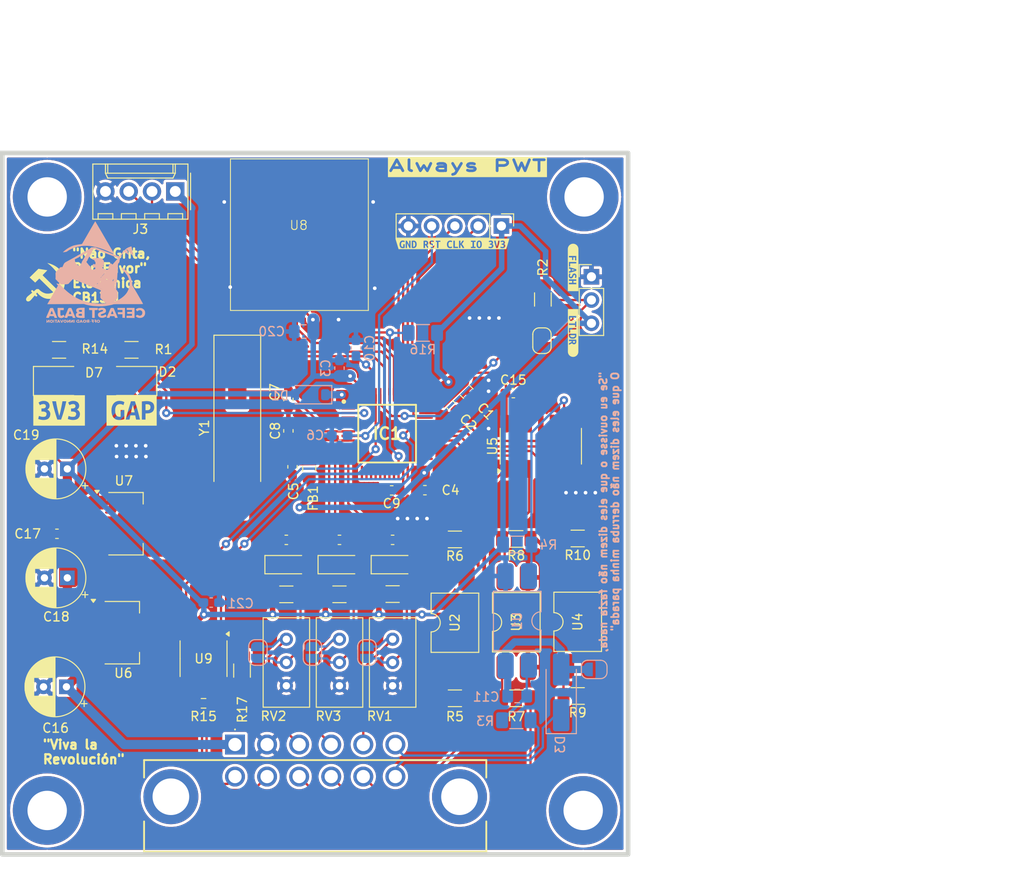
<source format=kicad_pcb>
(kicad_pcb (version 20240108) (generator "pcbnew") (generator_version "8.0")
  (layers (0 "F.Cu" signal) (31 "B.Cu" signal) (34 "B.Paste" user) (35 "F.Paste" user) (36 "B.SilkS" user "B.Silkscreen") (37 "F.SilkS" user "F.Silkscreen") (38 "B.Mask" user) (39 "F.Mask" user) (44 "Edge.Cuts" user))
  (net 0 "")
  (net 1 "+5V")
  (net 2 "GND")
  (net 3 "+3V3")
  (net 4 "/MicroControlador/VBAT")
  (net 5 "NTC_AN_3")
  (net 6 "+3.3VA")
  (net 7 "/MicroControlador/VCAP1")
  (net 8 "/MicroControlador/SWDIO")
  (net 9 "JMP_RPM")
  (net 10 "/MicroControlador/HSE_OUT")
  (net 11 "/MicroControlador/SWCLK")
  (net 12 "/MicroControlador/BOOT")
  (net 15 "/MicroControlador/VCAP2")
  (net 16 "/MicroControlador/NRST")
  (net 18 "/MicroControlador/HSE_IN")
  (net 22 "SCK")
  (net 23 "DIG3")
  (net 25 "NTC_AN_2")
  (net 26 "MOSI")
  (net 32 "NTC_AN_1")
  (net 33 "Net-(JP1-B)")
  (net 35 "/MicroControlador/BD_LED")
  (net 36 "OPTO_IN_1")
  (net 37 "NTC_P2")
  (net 38 "Net-(R5-Pad2)")
  (net 39 "OPTO_IN_0")
  (net 40 "NTC_P1")
  (net 41 "SD_DET")
  (net 42 "+12V")
  (net 43 "CTX")
  (net 44 "CRX")
  (net 45 "SD_CS")
  (net 46 "OPTO_IN_2")
  (net 47 "NTC_P3")
  (net 48 "MISO")
  (net 49 "RX1")
  (net 50 "OPTO_0")
  (net 51 "OPTO_1")
  (net 52 "RPM")
  (net 53 "Net-(R7-Pad2)")
  (net 54 "Net-(R9-Pad2)")
  (net 55 "DIG1")
  (net 56 "TX1")
  (net 57 "DIG0")
  (net 58 "CAN-")
  (net 59 "CAN+")
  (net 61 "DIG2")
  (net 62 "OPTO_2")
  (net 63 "MT-")
  (net 64 "MT+")
  (net 65 "Net-(C11-Pad1)")
  (net 66 "Net-(D2-A)")
  (net 67 "Net-(D7-A)")
  (net 68 "Net-(U9-Rs)")
  (footprint "Capacitor_SMD:C_0603_1608Metric_Pad1.08x0.95mm_HandSolder" (layer "F.Cu") (at 118.175 109.675 -90)
    (property "Reference" "C5")
    (property "Value" "10n")
  )
  (footprint "Resistor_SMD:R_1206_3216Metric_Pad1.30x1.75mm_HandSolder" (layer "F.Cu") (at 123.3 123.595)
    (property "Reference" "R12" (hide yes))
    (property "Value" "27k")
  )
  (footprint "Diode_SMD:D_SOD-123" (layer "F.Cu") (at 117.5225 120.356667)
    (property "Reference" "D4" (hide yes))
    (property "Value" "D_Zener")
  )
  (footprint "Capacitor_SMD:C_0603_1608Metric_Pad1.08x0.95mm_HandSolder" (layer "F.Cu") (at 92.46762 116.9875 180)
    (property "Reference" "C17")
    (property "Value" "100n")
  )
  (footprint "Baja_Library:Molex_KK-254_AE-6410-04A_1x04_P2.54mm_Vertical" (layer "F.Cu") (at 105.38 79.6 180)
    (property "Reference" "J3")
    (property "Value" "Conn_01x04")
  )
  (footprint "Capacitor_SMD:C_0805_2012Metric_Pad1.18x1.45mm_HandSolder" (layer "F.Cu") (at 137.175 101.5 -45)
    (property "Reference" "C1")
    (property "Value" "4u7")
  )
  (footprint "Crystal:Crystal_SMD_HC49-SD_HandSoldering" (layer "F.Cu") (at 112.15 105.375 -90)
    (property "Reference" "Y1")
    (property "Value" "Crystal")
  )
  (footprint "Potentiometer_THT:Potentiometer_Bourns_3296W_Vertical" (layer "F.Cu") (at 117.5 128.5 90)
    (property "Reference" "RV2")
    (property "Value" "10k_trim")
  )
  (footprint "kibuzzard-6758FD86" (layer "F.Cu") (at 135.625 85.325)
    (property "Reference" "kibuzzard-6758FD86" (hide yes))
    (property "Value" "G***" (hide yes))
  )
  (footprint "MountingHole:MountingHole_4.3mm_M4_DIN965_Pad" (layer "F.Cu") (at 149.9 147.2)
    (property "Reference" "H4" (hide yes))
    (property "Value" "MountingHole")
  )
  (footprint "Resistor_SMD:R_1206_3216Metric_Pad1.30x1.75mm_HandSolder" (layer "F.Cu") (at 135.9 117.6 180)
    (property "Reference" "R6")
    (property "Value" "10k")
  )
  (footprint "Baja_Library:communism" (layer "F.Cu") (at 91.35 89.6)
    (property "Reference" "G***" (hide yes))
    (property "Value" "LOGO" (hide yes))
  )
  (footprint "Package_TO_SOT_SMD:SOT-223-3_TabPin2" (layer "F.Cu") (at 99.96762 115.8875)
    (property "Reference" "U7")
    (property "Value" "AMS1117-3.3")
  )
  (footprint "Inductor_SMD:L_0805_2012Metric_Pad1.15x1.40mm_HandSolder" (layer "F.Cu") (at 120 109.875 90)
    (property "Reference" "FB1")
    (property "Value" "FerriteBead")
  )
  (footprint "Baja_Library:LED_1210_HandSoldering" (layer "F.Cu") (at 92.7 100.3)
    (property "Reference" "D7")
    (property "Value" "LED")
  )
  (footprint "Resistor_SMD:R_1206_3216Metric_Pad1.30x1.75mm_HandSolder" (layer "F.Cu") (at 92.7 96.9)
    (property "Reference" "R14")
    (property "Value" "1k")
  )
  (footprint "kibuzzard-67EDAA6F" (layer "F.Cu") (at 100.615 103.51575)
    (property "Reference" "kibuzzard-67EDAA6F" (hide yes))
    (property "Value" "G***" (hide yes))
  )
  (footprint "Baja_Library:QFP50P900X900X160-48N" (layer "F.Cu") (at 128.5 106.05)
    (property "Reference" "IC1")
    (property "Value" "STM32H523CET6" (hide yes))
  )
  (footprint "Resistor_SMD:R_1206_3216Metric_Pad1.30x1.75mm_HandSolder" (layer "F.Cu") (at 149.3 117.5 180)
    (property "Reference" "R10")
    (property "Value" "10k")
  )
  (footprint "MountingHole:MountingHole_4.3mm_M4_DIN965_Pad" (layer "F.Cu") (at 150 80.2)
    (property "Reference" "H2" (hide yes))
    (property "Value" "MountingHole")
  )
  (footprint "Resistor_SMD:R_1206_3216Metric_Pad1.30x1.75mm_HandSolder" (layer "F.Cu") (at 129.1 123.571666)
    (property "Reference" "R13" (hide yes))
    (property "Value" "27k")
  )
  (footprint "Resistor_SMD:R_1206_3216Metric_Pad1.30x1.75mm_HandSolder" (layer "F.Cu") (at 145.5 91.4 90)
    (property "Reference" "R2")
    (property "Value" "10k")
  )
  (footprint "Capacitor_SMD:C_0603_1608Metric_Pad1.08x0.95mm_HandSolder" (layer "F.Cu") (at 132.625 112.225)
    (property "Reference" "C4")
    (property "Value" "100n")
  )
  (footprint "Capacitor_SMD:C_0603_1608Metric_Pad1.08x0.95mm_HandSolder" (layer "F.Cu") (at 117.725585 102.319452 -90)
    (property "Reference" "C7")
    (property "Value" "22p")
  )
  (footprint "kibuzzard-6758F24A" (layer "F.Cu") (at 92.7 103.51575)
    (property "Reference" "kibuzzard-6758F24A" (hide yes))
    (property "Value" "G***" (hide yes))
  )
  (footprint "Jumper:SolderJumper-2_P1.3mm_Open_RoundedPad1.0x1.5mm" (layer "F.Cu") (at 145.4 95.9 90)
    (property "Reference" "JP1" (hide yes))
    (property "Value" "SolderJumper_2_Open")
  )
  (footprint "Potentiometer_THT:Potentiometer_Bourns_3296W_Vertical" (layer "F.Cu") (at 123.3 128.5 90)
    (property "Reference" "RV3")
    (property "Value" "10k_trim")
  )
  (footprint "Capacitor_SMD:C_0603_1608Metric_Pad1.08x0.95mm_HandSolder" (layer "F.Cu") (at 123.3 117.65)
    (property "Reference" "C13" (hide yes))
    (property "Value" "1n")
  )
  (footprint "Capacitor_SMD:C_0603_1608Metric_Pad1.08x0.95mm_HandSolder" (layer "F.Cu") (at 117.5 117.65)
    (property "Reference" "C12" (hide yes))
    (property "Value" "1n")
  )
  (footprint "Capacitor_THT:CP_Radial_D6.3mm_P2.50mm" (layer "F.Cu") (at 93.6 121.8 180)
    (property "Reference" "C18")
    (property "Value" "22u")
  )
  (footprint "Resistor_SMD:R_1206_3216Metric_Pad1.30x1.75mm_HandSolder" (layer "F.Cu") (at 142.6 134.95 180)
    (property "Reference" "R7")
    (property "Value" "680")
  )
  (footprint "MountingHole:MountingHole_4.3mm_M4_DIN965_Pad" (layer "F.Cu") (at 91.4 80.2)
    (property "Reference" "H1" (hide yes))
    (property "Value" "MountingHole")
  )
  (footprint "Capacitor_SMD:C_0603_1608Metric_Pad1.08x0.95mm_HandSolder" (layer "F.Cu") (at 129.1 117.65)
    (property "Reference" "C14" (hide yes))
    (property "Value" "1n")
  )
  (footprint "Resistor_SMD:R_1206_3216Metric_Pad1.30x1.75mm_HandSolder" (layer "F.Cu") (at 112.665 131.925 -90)
    (property "Reference" "R17")
    (property "Value" "10k")
  )
  (footprint "Baja_Library:MX120G" (layer "F.Cu") (at 111.9 140)
    (property "Reference" "J2" (hide yes))
    (property "Value" "Conn_02x06_Top_Bottom" (hide yes))
  )
  (footprint "Resistor_SMD:R_1206_3216Metric_Pad1.30x1.75mm_HandSolder" (layer "F.Cu") (at 142.6 117.55 180)
    (property "Reference" "R8")
    (property "Value" "10k")
  )
  (footprint "Baja_Library:SO-4_HandSoldering" (layer "F.Cu") (at 135.9 126.7 90)
    (property "Reference" "U2")
    (property "Value" "PC817")
  )
  (footprint "Capacitor_SMD:C_0603_1608Metric_Pad1.08x0.95mm_HandSolder" (layer "F.Cu") (at 129 112.25 180)
    (property "Reference" "C9")
    (property "Value" "2u2")
  )
  (footprint "Potentiometer_THT:Potentiometer_Bourns_3296W_Vertical" (layer "F.Cu") (at 129.1 128.5 90)
    (property "Reference" "RV1")
    (property "Value" "10k_trim")
  )
  (footprint "Resistor_SMD:R_1206_3216Metric_Pad1.30x1.75mm_HandSolder" (layer "F.Cu") (at 117.5 123.6)
    (property "Reference" "R11" (hide yes))
    (property "Value" "27k")
  )
  (footprint "Baja_Library:SO-4_HandSoldering" (layer "F.Cu") (at 149.3 126.6 90)
    (property "Reference" "U4")
    (property "Value" "PC817")
  )
  (footprint "Capacitor_THT:CP_Radial_D6.3mm_P2.50mm" (layer "F.Cu") (at 93.5 133.7 180)
    (property "Reference" "C16")
    (property "Value" "22u")
  )
  (footprint "Resistor_SMD:R_0603_1608Metric_Pad0.98x0.95mm_HandSolder" (layer "F.Cu") (at 108.465 135.5 180)
    (property "Reference" "R15")
    (property "Value" "120")
  )
  (footprint "Connector_PinHeader_2.54mm:PinHeader_1x03_P2.54mm_Vertical" (layer "F.Cu") (at 150.8 88.92)
    (property "Reference" "SW1" (hide yes))
    (property "Value" "SW_SPDT")
  )
  (footprint "Package_SO:SOIC-14_3.9x8.7mm_P1.27mm" (layer "F.Cu") (at 145.275 107.425 90)
    (property "Reference" "U5")
    (property "Value" "74HC14")
  )
  (footprint "Capacitor_SMD:C_0603_1608Metric_Pad1.08x0.95mm_HandSolder" (layer "F.Cu") (at 142.275 101.625)
    (property "Reference" "C15")
    (property "Value" "1n")
  )
  (footprint "Package_SO:SOIC-8_3.9x4.9mm_P1.27mm" (layer "F.Cu") (at 108.465 130.625 -90)
    (property "Reference" "U9")
    (property "Value" "SN65HVD230")
  )
  (footprint "kibuzzard-67572A93" (layer "F.Cu") (at 148.8 87.9 -90)
    (property "Reference" "kibuzzard-67572A93" (hide yes))
    (property "Value" "G***" (hide yes))
  )
  (footprint "Capacitor_SMD:C_0603_1608Metric_Pad1.08x0.95mm_HandSolder" (layer "F.Cu") (at 117.725 105.75 90)
    (property "Reference" "C8")
    (property "Value" "22p")
  )
  (footprint "Capacitor_SMD:C_0603_1608Metric_Pad1.08x0.95mm_HandSolder" (layer "F.Cu") (at 135.425 102.925 -45)
    (property "Reference" "C2")
    (property "Value" "100n")
  )
  (footprint "Package_TO_SOT_SMD:SOT-223-3_TabPin2" (layer "F.Cu") (at 99.56762 127.7875)
    (property "Reference" "U6")
    (property "Value" "AMS1117-5.0")
  )
  (footprint "Baja_Library:SD-CARD-GENERIC" (layer "F.Cu") (at 118.8 86.1 90)
    (property "Reference" "U8")
    (property "Value" "~")
  )
  (footprint "Resistor_SMD:R_1206_3216Metric_Pad1.30x1.75mm_HandSolder" (layer "F.Cu") (at 149.3 134.7 180)
    (property "Reference" "R9")
    (property "Value" "680")
  )
  (footprint "Diode_SMD:D_SOD-123" (layer "F.Cu") (at 123.3225 120.356667)
    (property "Reference" "D5" (hide yes))
    (property "Value" "D_Zener")
  )
  (footprint "kibuzzard-67572AD3" (layer "F.Cu") (at 148.8 95.06 -90)
    (property "Reference" "kibuzzard-67572AD3" (hide yes))
    (property "Value" "G***" (hide yes))
  )
  (footprint "Resistor_SMD:R_1206_3216Metric_Pad1.30x1.75mm_HandSolder" (layer "F.Cu") (at 100.6 96.9 180)
    (property "Reference" "R1")
    (property "Value" "1k")
  )
  (footprint "Diode_SMD:D_SOD-123" (layer "F.Cu") (at 129.1225 120.356667)
    (property "Reference" "D6" (hide yes))
    (property "Value" "D_Zener")
  )
  (footprint "Capacitor_THT:CP_Radial_D6.3mm_P2.50mm" (layer "F.Cu") (at 93.6 109.9 180)
    (property "Reference" "C19")
    (property "Value" "22u")
  )
  (footprint "Connector_PinHeader_2.54mm:PinHeader_1x05_P2.54mm_Vertical" (layer "F.Cu") (at 140.975 83.375 -90)
    (property "Reference" "J1" (hide yes))
    (property "Value" "Conn_01x05")
  )
  (footprint "Baja_Library:SO-4_HandSoldering" (layer "F.Cu") (at 142.6 126.65 90)
    (property "Reference" "U3")
    (property "Value" "PC817")
  )
  (footprint "Resistor_SMD:R_1206_3216Metric_Pad1.30x1.75mm_HandSolder" (layer "F.Cu") (at 135.9 134.95 180)
    (property "Reference" "R5")
    (property "Value" "680")
  )
  (footprint "Baja_Library:LED_1210_HandSoldering" (layer "F.Cu") (at 100.565 100.3 180)
    (property "Reference" "D2")
    (property "Value" "LED")
  )
  (footprint "Resistor_SMD:R_1206_3216Metric_Pad1.30x1.75mm_HandSolder" (layer "B.Cu") (at 142.6 137.35 180)
    (property "Reference" "R3")
    (property "Value" "680")
  )
  (footprint "Jumper:SolderJumper-2_P1.3mm_Open_RoundedPad1.0x1.5mm" (layer "B.Cu") (at 151.1 131.8)
    (property "Reference" "JP2" (hide yes))
    (property "Value" "SolderJumper_2_Open")
  )
  (footprint "Diode_SMD:D_SMA_Handsoldering" (layer "B.Cu") (at 147.5 134.3 90)
    (property "Reference" "D3")
    (property "Value" "D")
  )
  (footprint "Jumper:SolderJumper-2_P1.3mm_Open_RoundedPad1.0x1.5mm" (layer "B.Cu") (at 126.3 129.95 -90)
    (property "Reference" "JP8" (hide yes))
    (property "Value" "SolderJumper_2_Open")
  )
  (footprint "Jumper:SolderJumper-2_P1.3mm_Open_RoundedPad1.0x1.5mm" (layer "B.Cu") (at 120.35 129.95 -90)
    (property "Reference" "JP7" (hide yes))
    (property "Value" "SolderJumper_2_Open")
  )
  (footprint "Capacitor_SMD:C_0603_1608Metric_Pad1.08x0.95mm_HandSolder" (layer "B.Cu") (at 125.1 96.7 90)
    (property "Reference" "C10")
    (property "Value" "2u2")
  )
  (footprint "MountingHole:MountingHole_4.3mm_M4_DIN965_Pad" (layer "B.Cu") (at 91.4 147.2 180)
    (property "Reference" "H3" (hide yes))
    (property "Value" "MountingHole")
  )
  (footprint "Baja_Library:SO-4_HandSoldering" (layer "B.Cu") (at 142.7 126.5 90)
    (property "Reference" "U1")
    (property "Value" "PC817")
  )
  (footprint "Resistor_SMD:R_1206_3216Metric_Pad1.30x1.75mm_HandSolder" (layer "B.Cu") (at 132.4 95.05)
    (property "Reference" "R16")
    (property "Value" "10K")
  )
  (footprint "Capacitor_SMD:C_0603_1608Metric_Pad1.08x0.95mm_HandSolder" (layer "B.Cu") (at 109.3 124.5)
    (property "Reference" "C21")
    (property "Value" "1n")
  )
  (footprint "Capacitor_SMD:C_0603_1608Metric_Pad1.08x0.95mm_HandSolder" (layer "B.Cu") (at 123.325 106.25 180)
    (property "Reference" "C6")
    (property "Value" "100n")
  )
  (footprint "Baja_Library:LogoBaja" (layer "B.Cu") (at 96.7 88.4 180)
    (property "Reference" "G***" (hide yes))
    (property "Value" "LOGO" (hide yes))
  )
  (footprint "Diode_SMD:D_SOD-123" (layer "B.Cu") (at 120.1 101.8 180)
    (property "Reference" "D1")
    (property "Value" "BAT48ZFILM")
  )
  (footprint "Capacitor_SMD:C_0805_2012Metric_Pad1.18x1.45mm_HandSolder" (layer "B.Cu") (at 142.7 134.7 180)
    (property "Reference" "C11")
    (property "Value" "10u")
  )
  (footprint "Capacitor_SMD:C_0603_1608Metric_Pad1.08x0.95mm_HandSolder" (layer "B.Cu") (at 123.3 98.9 90)
    (property "Reference" "C3")
    (property "Value" "100n")
  )
  (footprint "Jumper:SolderJumper-2_P1.3mm_Open_RoundedPad1.0x1.5mm" (layer "B.Cu") (at 114.4 129.95 -90)
    (property "Reference" "JP6" (hide yes))
    (property "Value" "SolderJumper_2_Open")
  )
  (footprint "Capacitor_SMD:C_0805_2012Metric_Pad1.18x1.45mm_HandSolder" (layer "B.Cu") (at 119.4 94.9 180)
    (property "Reference" "C20")
    (property "Value" "1n")
  )
  (footprint "Resistor_SMD:R_1206_3216Metric_Pad1.30x1.75mm_HandSolder" (layer "B.Cu") (at 142.7 118.16)
    (property "Reference" "R4")
    (property "Value" "10k")
  )
  (gr_rect (start 86.5 75.4) (end 154.8 152) (stroke (width 0.5)) (fill none) (layer "Edge.Cuts"))
  (gr_text "{dblquote}Não Grita,\nPor Favor{dblquote}\nEletrônica\nCB13.1" (at 94 91.8 0) (layer "F.Cu" knockout) (effects (font (size 1 1) (thickness 0.25) (bold yes)) (justify left bottom)))
  (gr_text "{dblquote}Se eu ouvisse o que eles dizem não fazia nada,\nO que eles dizem não derruba minha parada{dblquote}" (at 153.85 99.2 90) (layer "B.SilkS") (effects (font (size 0.8 0.8) (thickness 0.2) (bold yes)) (justify left bottom mirror)))
  (gr_text "{dblquote}Viva la\nRevolución{dblquote}" (at 90.8 142.2 0) (layer "F.SilkS") (effects (font (size 1 1) (thickness 0.25) (bold yes)) (justify left bottom)))
  (gr_text "Always PWT" (at 128.5 76.8 0) (layer "F.SilkS" knockout) (effects (font (size 1.2 2) (thickness 0.3) (bold yes)) (justify left)))
  (gr_text "{dblquote}Não Grita,\nPor Favor{dblquote}\nEletrônica\nCB13.1" (at 94 91.8 0) (layer "F.SilkS") (effects (font (size 1 1) (thickness 0.25) (bold yes)) (justify left bottom)))
  (segment (start 96.41762 127.7875) (end 94.6875 127.7875) (width 1) (layer "F.Cu") (net 1))
  (segment (start 93.6 126.7) (end 93.6 121.8) (width 1) (layer "F.Cu") (net 1))
  (segment (start 94.6875 127.7875) (end 93.6 126.7) (width 1) (layer "F.Cu") (net 1))
  (segment (start 126.25 101.812) (end 126.25 100.25) (width 0.25) (layer "F.Cu") (net 2))
  (segment (start 124.262 106.8) (end 122.3 106.8) (width 0.25) (layer "F.Cu") (net 2))
  (segment (start 143.7 120.65) (end 143.65 120.7) (width 0.25) (layer "F.Cu") (net 2))
  (segment (start 132.738 103.8) (end 135.76976 103.8) (width 0.25) (layer "F.Cu") (net 2))
  (segment (start 130.75 110.288) (end 130.75 108.789073) (width 0.25) (layer "F.Cu") (net 2))
  (segment (start 122.3 106.8) (end 122.175 106.675) (width 0.25) (layer "F.Cu") (net 2))
  (segment (start 121.95 92.35) (end 121.95 91.175) (width 0.25) (layer "F.Cu") (net 2))
  (segment (start 135.76976 103.8) (end 136.03488 103.53488) (width 0.25) (layer "F.Cu") (net 2))
  (segment (start 123.2 93.6) (end 121.95 92.35) (width 0.25) (layer "F.Cu") (net 2))
  (segment (start 126.25 100.25) (end 125.7 99.7) (width 0.25) (layer "F.Cu") (net 2))
  (via (at 102.175 108.55) (size 0.9) (drill 0.4) (layers "F.Cu" "B.Cu") (net 2))
  (via (at 138.566666 93.425) (size 0.9) (drill 0.4) (layers "F.Cu" "B.Cu") (net 2))
  (via (at 148.025 112.5) (size 0.9) (drill 0.4) (layers "F.Cu" "B.Cu") (net 2))
  (via (at 100.041666 108.55) (size 0.9) (drill 0.4) (layers "F.Cu" "B.Cu") (net 2))
  (via (at 126.975 80.75) (size 0.9) (drill 0.4) (layers "F.Cu" "B.Cu") (net 2))
  (via (at 123.2 93.6) (size 0.9) (drill 0.4) (layers "F.Cu" "B.Cu") (net 2))
  (via (at 139.575 101.425) (size 0.9) (drill 0.4) (layers "F.Cu" "B.Cu") (net 2))
  (via (at 140.7 93.425) (size 0.9) (drill 0.4) (layers "F.Cu" "B.Cu") (net 2))
  (via (at 101.083334 107.375) (size 0.9) (drill 0.4) (layers "F.Cu" "B.Cu") (net 2))
  (via (at 132.85 115.325) (size 0.9) (drill 0.4) (layers "F.Cu" "B.Cu") (net 2))
  (via (at 111.375 90.05) (size 0.9) (drill 0.4) (layers "F.Cu" "B.Cu") (net 2))
  (via (at 131.783332 115.325) (size 0.9) (drill 0.4) (layers "F.Cu" "B.Cu") (net 2))
  (via (at 98.95 107.375) (size 0.9) (drill 0.4) (layers "F.Cu" "B.Cu") (net 2))
  (via (at 149.091668 112.5) (size 0.9) (drill 0.4) (layers "F.Cu" "B.Cu") (net 2))
  (via (at 130.716666 115.325) (size 0.9) (drill 0.4) (layers "F.Cu" "B.Cu") (net 2))
  (via (at 101.108332 108.55) (size 0.9) (drill 0.4) (layers "F.Cu" "B.Cu") (net 2))
  (via (at 139.575 100.225) (size 0.9) (drill 0.4) (layers "F.Cu" "B.Cu") (net 2))
  (via (at 137.5 93.425) (size 0.9) (drill 0.4) (layers "F.Cu" "B.Cu") (net 2))
  (via (at 129.65 115.325) (size 0.9) (drill 0.4) (layers "F.Cu" "B.Cu") (net 2))
  (via (at 127.15 90.175) (size 0.9) (drill 0.4) (layers "F.Cu" "B.Cu") (net 2))
  (via (at 139.575 105.5) (size 0.9) (drill 0.4) (layers "F.Cu" "B.Cu") (net 2))
  (via (at 102.15 107.375) (size 0.9) (drill 0.4) (layers "F.Cu" "B.Cu") (net 2))
  (via (at 150.158334 112.5) (size 0.9) (drill 0.4) (layers "F.Cu" "B.Cu") (net 2))
  (via (at 100.016668 107.375) (size 0.9) (drill 0.4) (layers "F.Cu" "B.Cu") (net 2))
  (via (at 151.225 112.5) (size 0.9) (drill 0.4) (layers "F.Cu" "B.Cu") (net 2))
  (via (at 98.975 108.55) (size 0.9) (drill 0.4) (layers "F.Cu" "B.Cu") (net 2))
  (via (at 110.725 80.75) (size 0.9) (drill 0.4) (layers "F.Cu" "B.Cu") (net 2))
  (via (at 139.633332 93.425) (size 0.9) (drill 0.4) (layers "F.Cu" "B.Cu") (net 2))
  (segment (start 144.75 117.55) (end 146 118.8) (width 0.4) (layer "F.Cu") (net 3))
  (segment (start 146 124.1) (end 144.3 125.8) (width 0.4) (layer "F.Cu") (net 3))
  (segment (start 119.75 92.95) (end 119.75 91.175) (width 0.25) (layer "F.Cu") (net 3))
  (segment (start 121.8 125.8) (end 121.75 125.75) (width 0.6) (layer "F.Cu") (net 3))
  (segment (start 141.465 101.6775) (end 141.4125 101.625) (width 0.4) (layer "F.Cu") (net 3))
  (segment (start 102.15 96.9) (end 100.05 94.8) (width 0.25) (layer "F.Cu") (net 3))
  (segment (start 151.2 125.8) (end 132.3 125.8) (width 0.4) (layer "F.Cu") (net 3))
  (segment (start 134.81512 102.31512) (end 133.83024 103.3) (width 0.25) (layer "F.Cu") (net 3))
  (segment (start 90.2 96.9) (end 88.4 98.7) (width 0.25) (layer "F.Cu") (net 3))
  (segment (start 121.75 125.75) (end 121.75 123.595) (width 0.6) (layer "F.Cu") (net 3))
  (segment (start 93.6 113.5) (end 93.6 109.9) (width 1) (layer "F.Cu") (net 3))
  (segment (start 141.465 100.74) (end 140.125 99.4) (width 0.25) (layer "F.Cu") (net 3))
  (segment (start 120 113.05) (end 120 110.9) (width 0.6) (layer "F.Cu") (net 3))
  (segment (start 133.83024 103.3) (end 132.738 103.3) (width 0.25) (layer "F.Cu") (net 3))
  (segment (start 132.3 125.8) (end 143.2 125.8) (width 0.25) (layer "F.Cu") (net 3))
  (segment (start 144.3 125.8) (end 143.2 125.8) (width 0.4) (layer "F.Cu") (net 3))
  (segment (start 127.6 123.621666) (end 127.55 123.571666) (width 0.6) (layer "F.Cu") (net 3))
  (segment (start 118.95 114.1) (end 120 113.05) (width 0.6) (layer "F.Cu") (net 3))
  (segment (start 116 123.65) (end 115.95 123.6) (width 0.25) (layer "F.Cu") (net 3))
  (segment (start 138.25 125.8) (end 132.3 125.8) (width 0.25) (layer "F.Cu") (net 3))
  (segment (start 136.441377 100.766377) (end 136.363863 100.766377) (width 0.25) (layer "F.Cu") (net 3))
  (segment (start 137.45 117.6) (end 138 117.6) (width 0.4) (layer "F.Cu") (net 3))
  (segment (start 144.15 117.55) (end 144.75 117.55) (width 0.4) (layer "F.Cu") (net 3))
  (segment (start 138 117.6) (end 139.1 118.7) (width 0.4) (layer "F.Cu") (net 3))
  (segment (start 95.9875 115.8875) (end 93.6 113.5) (width 1) (layer "F.Cu") (net 3))
  (segment (start 96.81762 115.8875) (end 95.9875 115.8875) (width 1) (layer "F.Cu") (net 3))
  (segment (start 91.15 96.9) (end 90.2 96.9) (width 0.25) (layer "F.Cu") (net 3))
  (segment (start 131.25 110.288) (end 131.25 111.7125) (width 0.25) (layer "F.Cu") (net 3))
  (segment (start 139.1 118.7) (end 139.1 124.05) (width 0.4) (layer "F.Cu") (net 3))
  (segment (start 139.1 124.05) (end 137.35 125.8) (width 0.4) (layer "F.Cu") (net 3))
  (segment (start 93.25 94.8) (end 91.15 96.9) (width 0.25) (layer "F.Cu") (net 3))
  (segment (start 108.5 125.8) (end 107.83 126.47) (width 0.6) (layer "F.Cu") (net 3))
  (segment (start 146 118.8) (end 146 124.1) (width 0.4) (layer "F.Cu") (net 3))
  (segment (start 88.4 104.7) (end 93.6 109.9) (width 0.25) (layer "F.Cu") (net 3))
  (segment (start 132.4 125.7) (end 132.3 125.8) (width 0.25) (layer "F.Cu") (net 3))
  (segment (start 131.25 111.7125) (end 131.7625 112.225) (width 0.25) (layer "F.Cu") (net 3))
  (segment (start 100.05 94.8) (end 93.25 94.8) (width 0.25) (layer "F.Cu") (net 3))
  (segment (start 141.465 102.56) (end 141.465 100.74) (width 0.25) (layer "F.Cu") (net 3))
  (segment (start 107.83 126.47) (end 107.83 128.15) (width 0.6) (layer "F.Cu") (net 3))
  (segment (start 137.807754 99.4) (end 136.441377 100.766377) (width 0.25) (layer "F.Cu") (net 3))
  (segment (start 152.9 119.55) (end 152.9 124.1) (width 0.4) (layer "F.Cu") (net 3))
  (segment (start 120.4 93.6) (end 119.75 92.95) (width 0.25) (layer "F.Cu") (net 3))
  (segment (start 140.125 99.4) (end 137.807754 99.4) (width 0.25) (layer "F.Cu") (net 3))
  (segment (start 124.4625 99.7625) (end 125.75 101.05) (width 0.25) (layer "F.Cu") (net 3))
  (segment (start 88.4 98.7) (end 88.4 104.7) (width 0.25) (layer "F.Cu") (net 3))
  (segment (start 127.6 125.8) (end 127.6 123.621666) (width 0.6) (layer "F.Cu") (net 3))
  (segment (start 125.75 101.05) (end 125.75 101.812) (width 0.25) (layer "F.Cu") (net 3))
  (segment (start 121.8 125.5) (end 121.8 125.8) (width 0.6) (layer "F.Cu") (net 3))
  (segment (start 136.363863 100.766377) (end 134.81512 102.31512) (width 0.25) (layer "F.Cu") (net 3))
  (segment (start 152.9 124.1) (end 151.2 125.8) (width 0.4) (layer "F.Cu") (net 3))
  (segment (start 141.465 104.95) (end 141.465 101.6775) (width 0.4) (layer "F.Cu") (net 3))
  (segment (start 143.2 125.8) (end 137.9 125.8) (width 0.25) (layer "F.Cu") (net 3))
  (segment (start 116 125.8) (end 116 123.65) (width 0.6) (layer "F.Cu") (net 3))
  (segment (start 150.85 117.5) (end 152.9 119.55) (width 0.4) (layer "F.Cu") (net 3))
  (via (at 124.4625 99.7625) (size 0.9) (drill 0.4) (layers "F.Cu" "B.Cu") (net 3))
  (via (at 135.2 100.4) (size 0.9) (drill 0.4) (layers "F.Cu" "B.Cu") (net 3))
  (via (at 108.5 125.8) (size 0.9) (drill 0.4) (layers "F.Cu" "B.Cu") (net 3))
  (via (at 116 125.8) (size 0.9) (drill 0.4) (layers "F.Cu" "B.Cu") (net 3))
  (via (at 120.4 93.6) (size 0.9) (drill 0.4) (layers "F.Cu" "B.Cu") (net 3))
  (via (at 132.3 125.8) (size 0.9) (drill 0.4) (layers "F.Cu" "B.Cu") (net 3))
  (via (at 121.8 125.8) (size 0.9) (drill 0.4) (layers "F.Cu" "B.Cu") (net 3))
  (via (at 132.55 110.325) (size 0.9) (drill 0.4) (layers "F.Cu" "B.Cu") (net 3))
  (via (at 118.95 114.1) (size 0.9) (drill 0.4) (layers "F.Cu" "B.Cu") (net 3))
  (via (at 127.6 125.8) (size 0.9) (drill 0.4) (layers "F.Cu" "B.Cu") (net 3))
  (segment (start 120.4375 94.9) (end 120.4375 99.8125) (width 0.6) (layer "B.Cu") (net 3))
  (segment (start 121.8 125.8) (end 116 125.8) (width 0.4) (layer "B.Cu") (net 3))
  (segment (start 105.38 98.12) (end 103.95 99.55) (width 0.6) (layer "B.Cu") (net 3))
  (segment (start 141 83.4) (end 140.975 83.375) (width 0.6) (layer "B.Cu") (net 3))
  (segment (start 128.775 114.1) (end 118.95 114.1) (width 0.6) (layer "B.Cu") (net 3))
  (segment (start 108.2 124.5) (end 93.6 109.9) (width 0.6) (layer "B.Cu") (net 3))
  (segment (start 100.55 102.95) (end 93.6 109.9) (width 0.6) (layer "B.Cu") (net 3))
  (segment (start 135.2 100.4) (end 133.95 99.15) (width 0.6) (layer "B.Cu") (net 3))
  (segment (start 145.8 86.15) (end 145.8 89) (width 0.6) (layer "B.Cu") (net 3))
  (segment (start 141.15 118.16) (end 141.15 101.725) (width 0.6) (layer "B.Cu") (net 3))
  (segment (start 133.95 99.15) (end 133.95 95.05) (width 0.6) (layer "B.Cu") (net 3))
  (segment (start 133.51 125.8) (end 141.15 118.16) (width 0.4) (layer "B.Cu") (net 3))
  (segment (start 141.15 101.725) (end 148.875 94) (width 0.6) (layer "B.Cu") (net 3))
  (segment (start 145.8 89) (end 150.8 94) (width 0.6) (layer "B.Cu") (net 3))
  (segment (start 120.4375 99.8125) (end 118.45 101.8) (width 0.6) (layer "B.Cu") (net 3))
  (segment (start 140.76 118.16) (end 141.15 118.16) (width 0.25) (layer "B.Cu") (net 3))
  (segment (start 132.55 110.325) (end 148.875 94) (width 0.6) (layer "B.Cu") (net 3))
  (segment (start 140.975 83.375) (end 143.025 83.375) (width 0.6) (layer "B.Cu") (net 3))
  (segment (start 118.35 101.7) (end 101.8 101.7) (width 0.6) (layer "B.Cu") (net 3))
  (segment (start 120.3875 99.7625) (end 118.45 101.7) (width 0.25) (layer "B.Cu") (net 3))
  (segment (start 118.5 101.55) (end 118.35 101.7) (width 0.8) (layer "B.Cu") (net 3))
  (segment (start 118.45 101.7) (end 118.45 101.8) (width 0.25) (layer "B.Cu") (net 3))
  (segment (start 124.4625 99.7625) (end 123.3 99.7625) (width 0.25) (layer "B.Cu") (net 3))
  (segment (start 143.025 83.375) (end 145.8 86.15) (width 0.6) (layer "B.Cu") (net 3))
  (segment (start 106.9 96.6) (end 104.35 99.15) (width 0.6) (layer "B.Cu") (net 3))
  (segment (start 103.95 99.55) (end 100.55 102.95) (width 0.6) (layer "B.Cu") (net 3))
  (segment (start 108.5 124.6375) (end 108.5375 124.6) (width 0.6) (layer "B.Cu") (net 3))
  (segment (start 127.6 125.8) (end 121.8 125.8) (width 0.4) (layer "B.Cu") (net 3))
  (segment (start 132.3 125.8) (end 133.51 125.8) (width 0.4) (layer "B.Cu") (net 3))
  (segment (start 107.2 81.42) (end 107.2 96.3) (width 0.6) (layer "B.Cu") (net 3))
  (segment (start 118.45 101.8) (end 118.35 101.7) (width 0.6) (layer "B.Cu") (net 3))
  (segment (start 133.95 95.05) (end 141 88) (width 0.6) (layer "B.Cu") (net 3))
  (segment (start 108.5 125.8) (end 116 125.8) (width 0.6) (layer "B.Cu") (net 3))
  (segment (start 132.3 125.8) (end 127.6 125.8) (width 0.4) (layer "B.Cu") (net 3))
  (segment (start 148.875 94) (end 150.8 94) (width 0.6) (layer "B.Cu") (net 3))
  (segment (start 123.3 99.7625) (end 120.3875 99.7625) (width 0.6) (layer "B.Cu") (net 3))
  (segment (start 107.2 96.3) (end 105.38 98.12) (width 0.6) (layer "B.Cu") (net 3))
  (segment (start 108.5 125.8) (end 108.5 124.6375) (width 0.6) (layer "B.Cu") (net 3))
  (segment (start 101.8 101.7) (end 100.55 102.95) (width 0.25) (layer "B.Cu") (net 3))
  (segment (start 108.4375 124.5) (end 108.2 124.5) (width 0.6) (layer "B.Cu") (net 3))
  (segment (start 141 88) (end 141 83.4) (width 0.6) (layer "B.Cu") (net 3))
  (segment (start 132.55 110.325) (end 128.775 114.1) (width 0.6) (layer "B.Cu") (net 3))
  (segment (start 105.38 79.6) (end 107.2 81.42) (width 0.8) (layer "B.Cu") (net 3))
  (via (at 123.55 101.8) (size 0.9) (drill 0.4) (layers "F.Cu" "B.Cu") (net 4))
  (segment (start 123.55 101.8) (end 121.75 101.8) (width 0.8) (layer "B.Cu") (net 4))
  (segment (start 124.262 113.6745) (end 128.2375 117.65) (width 0.25) (layer "F.Cu") (net 5))
  (segment (start 127.4725 120.356667) (end 127.4725 118.415) (width 0.25) (layer "F.Cu") (net 5))
  (segment (start 130.65 129.49) (end 130.65 123.571666) (width 0.25) (layer "F.Cu") (net 5))
  (segment (start 124.262 108.8) (end 124.262 113.6745) (width 0.25) (layer "F.Cu") (net 5))
  (segment (start 130.65 123.571666) (end 130.65 123.534167) (width 0.25) (layer "F.Cu") (net 5))
  (segment (start 130.65 123.534167) (end 127.4725 120.356667) (width 0.25) (layer "F.Cu") (net 5))
  (segment (start 129.1 131.04) (end 130.65 129.49) (width 0.25) (layer "F.Cu") (net 5))
  (segment (start 127.4725 118.415) (end 128.2375 117.65) (width 0.25) (layer "F.Cu") (net 5))
  (segment (start 129.1 131.04) (end 128.04 131.04) (width 0.25) (layer "B.Cu") (net 5))
  (segment (start 127.6 130.6) (end 126.3 130.6) (width 0.25) (layer "B.Cu") (net 5))
  (segment (start 128.04 131.04) (end 127.6 130.6) (width 0.25) (layer "B.Cu") (net 5))
  (segment (start 120 108.85) (end 121.55 107.3) (width 0.25) (layer "F.Cu") (net 6))
  (segment (start 121.55 107.3) (end 124.262 107.3) (width 0.25) (layer "F.Cu") (net 6))
  (segment (start 130.25 111.8625) (end 129.8625 112.25) (width 0.25) (layer "F.Cu") (net 7))
  (segment (start 130.25 110.288) (end 130.25 111.8625) (width 0.25) (layer "F.Cu") (net 7))
  (segment (start 131.375 103.125) (end 132.5 102) (width 0.25) (layer "F.Cu") (net 8))
  (segment (start 131.7005 104.3) (end 131.375 103.9745) (width 0.25) (layer "F.Cu") (net 8))
  (segment (start 132.5 102) (end 132.5 89.31) (width 0.25) (layer "F.Cu") (net 8))
  (segment (start 132.738 104.3) (end 131.7005 104.3) (width 0.25) (layer "F.Cu") (net 8))
  (segment (start 132.5 89.31) (end 138.435 83.375) (width 0.25) (layer "F.Cu") (net 8))
  (segment (start 131.375 103.9745) (end 131.375 103.125) (width 0.25) (layer "F.Cu") (net 8))
  (segment (start 141.6625 134.7) (end 141.6625 131.6325) (width 0.8) (layer "B.Cu") (net 9))
  (segment (start 147.5 131.8) (end 150.45 131.8) (width 0.8) (layer "B.Cu") (net 9))
  (segment (start 141.6625 131.6325) (end 141.43 131.4) (width 0.8) (layer "B.Cu") (net 9))
  (segment (start 141.43 129.77) (end 142.4 128.8) (width 0.8) (layer "B.Cu") (net 9))
  (segment (start 146.6 128.8) (end 147.5 129.7) (width 0.8) (layer "B.Cu") (net 9))
  (segment (start 147.5 129.7) (end 147.5 131.8) (width 0.8) (layer "B.Cu") (net 9))
  (segment (start 142.4 128.8) (end 146.6 128.8) (width 0.8) (layer "B.Cu") (net 9))
  (segment (start 141.43 131.4) (end 141.43 129.77) (width 0.8) (layer "B.Cu") (net 9))
  (segment (start 112.15 111.3125) (end 112.15 109.7375) (width 0.25) (layer "F.Cu") (net 10))
  (segment (start 112.15 109.7375) (end 115.275 106.6125) (width 0.25) (layer "F.Cu") (net 10))
  (segment (start 119.9125 105.8) (end 124.262 105.8) (width 0.25) (layer "F.Cu") (net 10))
  (segment (start 119.1 106.6125) (end 119.9125 105.8) (width 0.25) (layer "F.Cu") (net 10))
  (segment (start 115.275 106.6125) (end 119.1 106.6125) (width 0.25) (layer "F.Cu") (net 10))
  (segment (start 135.895 83.375) (end 131.25 88.02) (width 0.25) (layer "F.Cu") (net 11))
  (segment (start 131.25 88.02) (end 131.25 101.812) (width 0.25) (layer "F.Cu") (net 11))
  (segment (start 140.1 98.3) (end 140.15 98.3) (width 0.25) (layer "F.Cu") (net 12))
  (segment (start 140.15 98.3) (end 145.5 92.95) (width 0.25) (layer "F.Cu") (net 12))
  (segment (start 130.4 104.125) (end 129.0255 104.125) (width 0.25) (layer "F.Cu") (net 12))
  (segment (start 145.425 92.875) (end 145.5 92.95) (width 0.25) (layer "F.Cu") (net 12))
  (segment (start 127.75 102.8495) (end 127.75 101.812) (width 0.25) (layer "F.Cu") (net 12))
  (segment (start 129.0255 104.125) (end 127.75 102.8495) (width 0.25) (layer "F.Cu") (net 12))
  (via (at 130.4 104.125) (size 0.9) (drill 0.4) (layers "F.Cu" "B.Cu") (net 12))
  (via (at 140.1 98.3) (size 0.9) (drill 0.4) (layers "F.Cu" "B.Cu") (net 12))
  (segment (start 130.4 104.125) (end 134.275 104.125) (width 0.25) (layer "B.Cu") (net 12))
  (segment (start 134.275 104.125) (end 140.1 98.3) (width 0.25) (layer "B.Cu") (net 12))
  (segment (start 126.75 99.05) (end 126.75 101.812) (width 0.25) (layer "F.Cu") (net 15))
  (segment (start 126.2 98.5) (end 126.75 99.05) (width 0.25) (layer "F.Cu") (net 15))
  (via (at 126.2 98.5) (size 0.9) (drill 0.4) (layers "F.Cu" "B.Cu") (net 15))
  (segment (start 126.2 98.5) (end 126.0375 98.5) (width 0.25) (layer "B.Cu") (net 15))
  (segment (start 126.0375 98.5) (end 125.1 97.5625) (width 0.25) (layer "B.Cu") (net 15))
  (segment (start 126.125 106.3) (end 124.262 106.3) (width 0.25) (layer "F.Cu") (net 16))
  (via (at 126.125 106.3) (size 0.9) (drill 0.4) (layers "F.Cu" "B.Cu") (net 16))
  (segment (start 126.075 106.25) (end 126.125 106.3) (width 0.25) (layer "B.Cu") (net 16))
  (segment (start 127.625 104.8) (end 127.625 93.125) (width 0.25) (layer "B.Cu") (net 16))
  (segment (start 133.38 87.37) (end 133.38 83.4) (width 0.25) (layer "B.Cu") (net 16))
  (segment (start 126.125 106.3) (end 127.625 104.8) (width 0.25) (layer "B.Cu") (net 16))
  (segment (start 133.38 83.4) (end 133.355 83.375) (width 0.25) (layer "B.Cu") (net 16))
  (segment (start 124.1875 106.25) (end 126.075 106.25) (width 0.25) (layer "B.Cu") (net 16))
  (segment (start 127.625 93.125) (end 133.38 87.37) (width 0.25) (layer "B.Cu") (net 16))
  (segment (start 112.15 100.9625) (end 112.15 99.4375) (width 0.25) (layer "F.Cu") (net 18))
  (segment (start 117.694452 101.456952) (end 112.644452 101.456952) (width 0.25) (layer "F.Cu") (net 18))
  (segment (start 112.644452 101.456952) (end 112.15 100.9625) (width 0.25) (layer "F.Cu") (net 18))
  (segment (start 124.262 105.3) (end 121.5375 105.3) (width 0.25) (layer "F.Cu") (net 18))
  (segment (start 121.5375 105.3) (end 117.694452 101.456952) (width 0.25) (layer "F.Cu") (net 18))
  (segment (start 120.85 91.175) (end 120.85 90.55) (width 0.25) (layer "F.Cu") (net 22))
  (segment (start 124 87.4) (end 128.3 87.4) (width 0.25) (layer "F.Cu") (net 22))
  (segment (start 120.85 90.55) (end 124 87.4) (width 0.25) (layer "F.Cu") (net 22))
  (segment (start 128.3 87.4) (end 130.25 89.35) (width 0.25) (layer "F.Cu") (net 22))
  (segment (start 130.25 89.35) (end 130.25 101.812) (width 0.25) (layer "F.Cu") (net 22))
  (segment (start 135.95 106.8) (end 132.738 106.8) (width 0.25) (layer "F.Cu") (net 23))
  (segment (start 142.735 108.885) (end 142.3 108.45) (width 0.25) (layer "F.Cu") (net 23))
  (segment (start 137.6 108.45) (end 135.95 106.8) (width 0.25) (layer "F.Cu") (net 23))
  (segment (start 142.735 109.9) (end 142.735 108.885) (width 0.25) (layer "F.Cu") (net 23))
  (segment (start 142.3 108.45) (end 137.6 108.45) (width 0.25) (layer "F.Cu") (net 23))
  (segment (start 124.85 123.595) (end 124.85 123.534167) (width 0.25) (layer "F.Cu") (net 25))
  (segment (start 121.6725 118.415) (end 122.4375 117.65) (width 0.25) (layer "F.Cu") (net 25))
  (segment (start 121.6725 120.356667) (end 121.6725 118.415) (width 0.25) (layer "F.Cu") (net 25))
  (segment (start 124.262 108.3) (end 123.15 108.3) (width 0.25) (layer "F.Cu") (net 25))
  (segment (start 124.85 123.534167) (end 121.6725 120.356667) (width 0.25) (layer "F.Cu") (net 25))
  (segment (start 123.3 131.04) (end 124.85 129.49) (width 0.25) (layer "F.Cu") (net 25))
  (segment (start 122.825 108.625) (end 122.825 117.2625) (width 0.25) (layer "F.Cu") (net 25))
  (segment (start 124.85 129.49) (end 124.85 123.595) (width 0.25) (layer "F.Cu") (net 25))
  (segment (start 122.825 117.2625) (end 122.4375 117.65) (width 0.25) (layer "F.Cu") (net 25))
  (segment (start 123.15 108.3) (end 122.825 108.625) (width 0.25) (layer "F.Cu") (net 25))
  (segment (start 122.34 131.04) (end 121.9 130.6) (width 0.25) (layer "B.Cu") (net 25))
  (segment (start 121.9 130.6) (end 120.35 130.6) (width 0.25) (layer "B.Cu") (net 25))
  (segment (start 123.3 131.04) (end 122.34 131.04) (width 0.25) (layer "B.Cu") (net 25))
  (segment (start 127.7 96.15) (end 129.25 97.7) (width 0.25) (layer "F.Cu") (net 26))
  (segment (start 118.65 94.55) (end 120.25 96.15) (width 0.25) (layer "F.Cu") (net 26))
  (segment (start 118.65 91.175) (end 118.65 94.55) (width 0.25) (layer "F.Cu") (net 26))
  (segment (start 129.25 97.7) (end 129.25 101.812) (width 0.25) (layer "F.Cu") (net 26))
  (segment (start 120.25 96.15) (end 127.7 96.15) (width 0.25) (layer "F.Cu") (net 26))
  (segment (start 119.05 123.6) (end 119.05 123.534167) (width 0.25) (layer "F.Cu") (net 32))
  (segment (start 122.175 114.9) (end 120.975 116.1) (width 0.25) (layer "F.Cu") (net 32))
  (segment (start 124.262 107.8) (end 122.942894 107.8) (width 0.25) (layer "F.Cu") (net 32))
  (segment (start 115.8725 118.415) (end 116.6375 117.65) (width 0.25) (layer "F.Cu") (net 32))
  (segment (start 117.725 116.1) (end 116.6375 117.1875) (width 0.25) (layer "F.Cu") (net 32))
  (segment (start 119.05 129.49) (end 119.05 123.6) (width 0.25) (layer "F.Cu") (net 32))
  (segment (start 120.975 116.1) (end 117.725 116.1) (width 0.25) (layer "F.Cu") (net 32))
  (segment (start 117.5 131.04) (end 119.05 129.49) (width 0.25) (layer "F.Cu") (net 32))
  (segment (start 119.05 123.534167) (end 115.8725 120.356667) (width 0.25) (layer "F.Cu") (net 32))
  (segment (start 115.8725 120.356667) (end 115.8725 118.415) (width 0.25) (layer "F.Cu") (net 32))
  (segment (start 116.6375 117.1875) (end 116.6375 117.65) (width 0.25) (layer "F.Cu") (net 32))
  (segment (start 122.942894 107.8) (end 122.175 108.567894) (width 0.25) (layer "F.Cu") (net 32))
  (segment (start 122.175 108.567894) (end 122.175 114.9) (width 0.25) (layer "F.Cu") (net 32))
  (segment (start 116.44 131.04) (end 116 130.6) (width 0.25) (layer "B.Cu") (net 32))
  (segment (start 117.5 131.04) (end 116.44 131.04) (width 0.25) (layer "B.Cu") (net 32))
  (segment (start 116 130.6) (end 114.4 130.6) (width 0.25) (layer "B.Cu") (net 32))
  (segment (start 147.11 91.46) (end 145.5 89.85) (width 0.25) (layer "F.Cu") (net 33))
  (segment (start 146.25 89.85) (end 145.5 89.85) (width 0.25) (layer "F.Cu") (net 33))
  (segment (start 145.4 95.25) (end 147.01 95.25) (width 0.25) (layer "F.Cu") (net 33))
  (segment (start 150.8 91.46) (end 147.11 91.46) (width 0.25) (layer "F.Cu") (net 33))
  (segment (start 147.01 95.25) (end 150.8 91.46) (width 0.25) (layer "F.Cu") (net 33))
  (segment (start 103.3 100.3) (end 102.265 100.3) (width 0.25) (layer "F.Cu") (net 35))
  (segment (start 126 103.8) (end 124.262 103.8) (width 0.25) (layer "F.Cu") (net 35))
  (segment (start 104.4 101.4) (end 103.3 100.3) (width 0.25) (layer "F.Cu") (net 35))
  (segment (start 104.4 103.8) (end 104.4 101.4) (width 0.25) (layer "F.Cu") (net 35))
  (via (at 126 103.8) (size 0.9) (drill 0.4) (layers "F.Cu" "B.Cu") (net 35))
  (via (at 104.4 103.8) (size 0.9) (drill 0.4) (layers "F.Cu" "B.Cu") (net 35))
  (segment (start 104.4 103.8) (end 126 103.8) (width 0.25) (layer "B.Cu") (net 35))
  (segment (start 138.4 149.7) (end 128.6 149.7) (width 0.25) (layer "F.Cu") (net 36))
  (segment (start 144.15 134.95) (end 144.15 143.95) (width 0.25) (layer "F.Cu") (net 36))
  (segment (start 128.6 149.7) (end 122.4 143.5) (width 0.25) (layer "F.Cu") (net 36))
  (segment (start 144.15 143.95) (end 138.4 149.7) (width 0.25) (layer "F.Cu") (net 36))
  (segment (start 121.1 130.1) (end 122.7 128.5) (width 0.25) (layer "F.Cu") (net 37))
  (segment (start 122.7 128.5) (end 123.3 128.5) (width 0.25) (layer "F.Cu") (net 37))
  (segment (start 122.4 140) (end 121.1 138.7) (width 0.25) (layer "F.Cu") (net 37))
  (segment (start 121.1 138.7) (end 121.1 130.1) (width 0.25) (layer "F.Cu") (net 37))
  (segment (start 120.35 129.3) (end 121.85 129.3) (width 0.25) (layer "B.Cu") (net 37))
  (segment (start 122.65 128.5) (end 123.3 128.5) (width 0.25) (layer "B.Cu") (net 37))
  (segment (start 121.85 129.3) (end 122.65 128.5) (width 0.25) (layer "B.Cu") (net 37))
  (segment (start 134.63 131.55) (end 134.63 134.67) (width 0.25) (layer "F.Cu") (net 38))
  (segment (start 134.63 134.67) (end 134.35 134.95) (width 0.25) (layer "F.Cu") (net 38))
  (segment (start 130.8 145.8) (end 137.45 139.15) (width 0.25) (layer "F.Cu") (net 39))
  (segment (start 128.2 145.8) (end 130.8 145.8) (width 0.25) (layer "F.Cu") (net 39))
  (segment (start 125.9 143.5) (end 128.2 145.8) (width 0.25) (layer "F.Cu") (net 39))
  (segment (start 137.45 139.15) (end 137.45 134.95) (width 0.25) (layer "F.Cu") (net 39))
  (segment (start 118.9 140) (end 115.6 136.7) (width 0.25) (layer "F.Cu") (net 40))
  (segment (start 115.6 136.7) (end 115.6 130.4) (width 0.25) (layer "F.Cu") (net 40))
  (segment (start 115.6 130.4) (end 117.5 128.5) (width 0.25) (layer "F.Cu") (net 40))
  (segment (start 116 129.3) (end 116.8 128.5) (width 0.25) (layer "B.Cu") (net 40))
  (segment (start 114.4 129.3) (end 116 129.3) (width 0.25) (layer "B.Cu") (net 40))
  (segment (start 116.8 128.5) (end 117.5 128.5) (width 0.25) (layer "B.Cu") (net 40))
  (segment (start 128.8 95) (end 126.65 95) (width 0.25) (layer "F.Cu") (net 41))
  (segment (start 126.65 95) (end 125.45 93.8) (width 0.25) (layer "F.Cu") (net 41))
  (segment (start 129.75 108.5) (end 129.75 110.288) (width 0.25) (layer "F.Cu") (net 41))
  (segment (start 125.45 93.8) (end 125.45 91.175) (width 0.25) (layer "F.Cu") (net 41))
  (via (at 128.8 95) (size 0.9) (drill 0.4) (layers "F.Cu" "B.Cu") (net 41))
  (via (at 129.75 108.5) (size 0.9) (drill 0.4) (layers "F.Cu" "B.Cu") (net 41))
  (segment (start 128.8 95) (end 128.8 107.55) (width 0.25) (layer "B.Cu") (net 41))
  (segment (start 128.8 107.55) (end 129.75 108.5) (width 0.25) (layer "B.Cu") (net 41))
  (segment (start 128.85 95.05) (end 128.8 95) (width 0.25) (layer "B.Cu") (net 41))
  (segment (start 130.85 95.05) (end 128.85 95.05) (width 0.25) (layer "B.Cu") (net 41))
  (segment (start 96.41762 130.78238) (end 96.41762 130.0875) (width 1) (layer "F.Cu") (net 42))
  (segment (start 93.5 133.7) (end 96.41762 130.78238) (width 1) (layer "F.Cu") (net 42))
  (segment (start 111.9 140) (end 99.8 140) (width 1) (layer "B.Cu") (net 42))
  (segment (start 99.8 140) (end 93.5 133.7) (width 1) (layer "B.Cu") (net 42))
  (segment (start 130.25 106.25) (end 131.7 104.8) (width 0.25) (layer "F.Cu") (net 43))
  (segment (start 110.37 120.63) (end 110.37 128.15) (width 0.25) (layer "F.Cu") (net 43))
  (segment (start 131.7 104.8) (end 132.738 104.8) (width 0.25) (layer "F.Cu") (net 43))
  (segment (start 112.925 118.075) (end 110.37 120.63) (width 0.25) (layer "F.Cu") (net 43))
  (via (at 130.25 106.25) (size 0.9) (drill 0.4) (layers "F.Cu" "B.Cu") (net 43))
  (via (at 112.925 118.075) (size 0.9) (drill 0.4) (layers "F.Cu" "B.Cu") (net 43))
  (segment (start 129.975 111.025) (end 131.3 109.7) (width 0.25) (layer "B.Cu") (net 43))
  (segment (start 131.3 109.7) (end 131.3 107.3) (width 0.25) (layer "B.Cu") (net 43))
  (segment (start 131.3 107.3) (end 130.25 106.25) (width 0.25) (layer "B.Cu") (net 43))
  (segment (start 119.975 111.025) (end 129.975 111.025) (width 0.25) (layer "B.Cu") (net 43))
  (segment (start 112.925 118.075) (end 119.975 111.025) (width 0.25) (layer "B.Cu") (net 43))
  (segment (start 106.56 122.44) (end 106.56 128.15) (width 0.25) (layer "F.Cu") (net 44))
  (segment (start 127.25 107.75) (end 127.25 101.812) (width 0.25) (layer "F.Cu") (net 44))
  (segment (start 110.9125 118.0875) (end 106.56 122.44) (width 0.25) (layer "F.Cu") (net 44))
  (via (at 127.25 107.75) (size 0.9) (drill 0.4) (layers "F.Cu" "B.Cu") (net 44))
  (via (at 110.9125 118.0875) (size 0.9) (drill 0.4) (layers "F.Cu" "B.Cu") (net 44))
  (segment (start 119.125 109.875) (end 125.125 109.875) (width 0.25) (layer "B.Cu") (net 44))
  (segment (start 125.125 109.875) (end 127.25 107.75) (width 0.25) (layer "B.Cu") (net 44))
  (segment (start 110.9125 118.0875) (end 119.125 109.875) (width 0.25) (layer "B.Cu") (net 44))
  (segment (start 117.55 91.175) (end 117.55 90.15) (width 0.25) (layer "F.Cu") (net 45))
  (segment (start 130.75 88.8) (end 130.75 101.812) (width 0.25) (layer "F.Cu") (net 45))
  (segment (start 117.55 90.15) (end 120.95 86.75) (width 0.25) (layer "F.Cu") (net 45))
  (segment (start 120.95 86.75) (end 128.7 86.75) (width 0.25) (layer "F.Cu") (net 45))
  (segment (start 128.7 86.75) (end 130.75 88.8) (width 0.25) (layer "F.Cu") (net 45))
  (segment (start 139.7 150.3) (end 125.7 150.3) (width 0.25) (layer "F.Cu") (net 46))
  (segment (start 150.85 139.15) (end 139.7 150.3) (width 0.25) (layer "F.Cu") (net 46))
  (segment (start 150.85 134.7) (end 150.85 139.15) (width 0.25) (layer "F.Cu") (net 46))
  (segment (start 125.7 150.3) (end 118.9 143.5) (width 0.25) (layer "F.Cu") (net 46))
  (segment (start 125.9 131.7) (end 129.1 128.5) (width 0.25) (layer "F.Cu") (net 47))
  (segment (start 125.9 140) (end 125.9 131.7) (width 0.25) (layer "F.Cu") (net 47))
  (segment (start 126.3 129.3) (end 127.6 129.3) (width 0.25) (layer "B.Cu") (net 47))
  (segment (start 127.6 129.3) (end 128.4 128.5) (width 0.25) (layer "B.Cu") (net 47))
  (segment (start 128.4 128.5) (end 129.1 128.5) (width 0.25) (layer "B.Cu") (net 47))
  (segment (start 128 88.1) (end 129.75 89.85) (width 0.25) (layer "F.Cu") (net 48))
  (segment (start 125.3 88.1) (end 128 88.1) (width 0.25) (layer "F.Cu") (net 48))
  (segment (start 123.05 90.35) (end 125.3 88.1) (width 0.25) (layer "F.Cu") (net 48))
  (segment (start 123.05 91.175) (end 123.05 90.35) (width 0.25) (layer "F.Cu") (net 48))
  (segment (start 129.75 89.85) (end 129.75 101.812) (width 0.25) (layer "F.Cu") (net 48))
  (segment (start 113.5 89.007106) (end 111.592894 87.1) (width 0.25) (layer "F.Cu") (net 49))
  (segment (start 128.25 101.812) (end 128.25 98.85) (width 0.25) (layer "F.Cu") (net 49))
  (segment (start 117.192893 97.6) (end 113.5 93.907107) (width 0.25) (layer "F.Cu") (net 49))
  (segment (start 113.5 93.907107) (end 113.5 89.007106) (width 0.25) (layer "F.Cu") (net 49))
  (segment (start 111.592894 87.1) (end 107.8 87.1) (width 0.25) (layer "F.Cu") (net 49))
  (segment (start 107.8 87.1) (end 100.3 79.6) (width 0.25) (layer "F.Cu") (net 49))
  (segment (start 128.25 98.85) (end 127 97.6) (width 0.25) (layer "F.Cu") (net 49))
  (segment (start 127 97.6) (end 117.192893 97.6) (width 0.25) (layer "F.Cu") (net 49))
  (segment (start 134.35 117.6) (end 134.35 117.015) (width 0.25) (layer "F.Cu") (net 50))
  (segment (start 134.63 121.8) (end 134.63 117.88) (width 0.25) (layer "F.Cu") (net 50))
  (segment (start 134.35 117.015) (end 141.465 109.9) (width 0.25) (layer "F.Cu") (net 50))
  (segment (start 134.63 117.88) (end 134.35 117.6) (width 0.25) (layer "F.Cu") (net 50))
  (segment (start 141.33 117.83) (end 141.05 117.55) (width 0.25) (layer "F.Cu") (net 51))
  (segment (start 144.005 114.595) (end 144.005 109.9) (width 0.25) (layer "F.Cu") (net 51))
  (segment (start 141.05 117.55) (end 144.005 114.595) (width 0.25) (layer "F.Cu") (net 51))
  (segment (start 141.33 121.75) (end 141.33 117.83) (width 0.25) (layer "F.Cu") (net 51))
  (segment (start 147.815 102.415) (end 147.815 104.95) (width 0.25) (layer "F.Cu") (net 52))
  (segment (start 147.8 102.4) (end 147.815 102.415) (width 0.25) (layer "F.Cu") (net 52))
  (via (at 147.8 102.4) (size 0.9) (drill 0.4) (layers "F.Cu" "B.Cu") (net 52))
  (segment (start 147.8 102.4) (end 144.25 105.95) (width 0.25) (layer "B.Cu") (net 52))
  (segment (start 144.25 121.32) (end 144.25 118.16) (width 0.25) (layer "B.Cu") (net 52))
  (segment (start 143.97 121.6) (end 144.25 121.32) (width 0.25) (layer "B.Cu") (net 52))
  (segment (start 144.25 105.95) (end 144.25 118.16) (width 0.25) (layer "B.Cu") (net 52))
  (segment (start 141.05 134.95) (end 141.05 131.78) (width 0.25) (layer "F.Cu") (net 53))
  (segment (start 141.05 131.78) (end 141.33 131.5) (width 0.25) (layer "F.Cu") (net 53))
  (segment (start 147.75 134.7) (end 147.75 131.73) (width 0.25) (layer "F.Cu") (net 54))
  (segment (start 147.75 131.73) (end 148.03 131.45) (width 0.25) (layer "F.Cu") (net 54))
  (segment (start 137.05 105.8) (end 132.738 105.8) (width 0.25) (layer "F.Cu") (net 55))
  (segment (start 146.339999 107.45) (end 138.7 107.45) (width 0.25) (layer "F.Cu") (net 55))
  (segment (start 147.815 109.9) (end 147.815 108.925001) (width 0.25) (layer "F.Cu") (net 55))
  (segment (start 147.815 108.925001) (end 146.339999 107.45) (width 0.25) (layer "F.Cu") (net 55))
  (segment (start 138.7 107.45) (end 137.05 105.8) (width 0.25) (layer "F.Cu") (net 55))
  (segment (start 108.3 86.6) (end 111.8 86.6) (width 0.25) (layer "F.Cu") (net 56))
  (segment (start 102.84 79.6) (end 102.84 81.14) (width 0.25) (layer "F.Cu") (net 56))
  (segment (start 128.75 97.95) (end 128.75 101.812) (width 0.25) (layer "F.Cu") (net 56))
  (segment (start 102.84 81.14) (end 108.3 86.6) (width 0.25) (layer "F.Cu") (net 56))
  (segment (start 111.8 86.6) (end 114 88.8) (width 0.25) (layer "F.Cu") (net 56))
  (segment (start 114 93.7) (end 117.4 97.1) (width 0.25) (layer "F.Cu") (net 56))
  (segment (start 117.4 97.1) (end 127.9 97.1) (width 0.25) (layer "F.Cu") (net 56))
  (segment (start 114 88.8) (end 114 93.7) (width 0.25) (layer "F.Cu") (net 56))
  (segment (start 127.9 97.1) (end 128.75 97.95) (width 0.25) (layer "F.Cu") (net 56))
  (segment (start 148.4 106.85) (end 149.085 106.165) (width 0.25) (layer "F.Cu") (net 57))
  (segment (start 132.738 105.3) (end 137.55 105.3) (width 0.25) (layer "F.Cu") (net 57))
  (segment (start 149.085 106.165) (end 149.085 104.95) (width 0.25) (layer "F.Cu") (net 57))
  (segment (start 137.55 105.3) (end 139.1 106.85) (width 0.25) (layer "F.Cu") (net 57))
  (segment (start 139.1 106.85) (end 148.4 106.85) (width 0.25) (layer "F.Cu") (net 57))
  (segment (start 108.592893 142.992894) (end 108.3 142.700001) (width 0.25) (layer "F.Cu") (net 58))
  (segment (start 107.8 135.5) (end 107.5525 135.5) (width 0.25) (layer "F.Cu") (net 58))
  (segment (start 107.5525 134.8475) (end 107.83 134.57) (width 0.25) (layer "F.Cu") (net 58))
  (segment (start 110.5625 144.9625) (end 108.592894 142.992894) (width 0.25) (layer "F.Cu") (net 58))
  (segment (start 108.592894 142.992894) (end 108.592893 142.992894) (width 0.25) (layer "F.Cu") (net 58))
  (segment (start 115.4 143.5) (end 113.9375 144.9625) (width 0.25) (layer "F.Cu") (net 58))
  (segment (start 107.83 134.57) (end 107.83 133.1) (width 0.25) (layer "F.Cu") (net 58))
  (segment (start 113.9375 144.9625) (end 110.5625 144.9625) (width 0.25) (layer "F.Cu") (net 58))
  (segment (start 107.5525 135.5) (end 107.5525 134.8475) (width 0.25) (layer "F.Cu") (net 58))
  (segment (start 108.3 142.700001) (end 108.3 136) (width 0.25) (layer "F.Cu") (net 58))
  (segment (start 108.3 136) (end 107.8 135.5) (width 0.25) (layer "F.Cu") (net 58))
  (segment (start 109.3775 134.8775) (end 109.1 134.6) (width 0.25) (layer "F.Cu") (net 59))
  (segment (start 111.9 143.5) (end 111.1 144.3) (width 0.25) (layer "F.Cu") (net 59))
  (segment (start 108.8 136.0775) (end 109.3775 135.5) (width 0.25) (layer "F.Cu") (net 59))
  (segment (start 109.3775 135.5) (end 109.3775 134.8775) (width 0.25) (layer "F.Cu") (net 59))
  (segment (start 108.8 142.492894) (end 108.8 136.0775) (width 0.25) (layer "F.Cu") (net 59))
  (segment (start 110.607106 144.3) (end 108.8 142.492894) (width 0.25) (layer "F.Cu") (net 59))
  (segment (start 109.1 134.6) (end 109.1 133.1) (width 0.25) (layer "F.Cu") (net 59))
  (segment (start 111.1 144.3) (end 110.607106 144.3) (width 0.25) (layer "F.Cu") (net 59))
  (segment (start 136.45 106.3) (end 138.1 107.95) (width 0.25) (layer "F.Cu") (net 61))
  (segment (start 145.275 109.025) (end 145.275 109.9) (width 0.25) (layer "F.Cu") (net 61))
  (segment (start 144.2 107.95) (end 145.275 109.025) (width 0.25) (layer "F.Cu") (net 61))
  (segment (start 138.1 107.95) (end 144.2 107.95) (width 0.25) (layer "F.Cu") (net 61))
  (segment (start 132.738 106.3) (end 136.45 106.3) (width 0.25) (layer "F.Cu") (net 61))
  (segment (start 148.03 121.7) (end 148.03 117.78) (width 0.25) (layer "F.Cu") (net 62))
  (segment (start 148.03 117.78) (end 147.75 117.5) (width 0.25) (layer "F.Cu") (net 62))
  (segment (start 146.545 116.295) (end 146.545 109.9) (width 0.25) (layer "F.Cu") (net 62))
  (segment (start 147.75 117.5) (end 146.545 116.295) (width 0.25) (layer "F.Cu") (net 62))
  (segment (start 143.9 141.2) (end 145 140.1) (width 0.25) (layer "B.Cu") (net 63))
  (segment (start 129.4 140) (end 129.4 140.3) (width 0.25) (layer "B.Cu") (net 63))
  (segment (start 129.4 140.3) (end 130.3 141.2) (width 0.25) (layer "B.Cu") (net 63))
  (segment (start 145 140.1) (end 145 138.2) (width 0.25) (layer "B.Cu") (net 63))
  (segment (start 145 138.2) (end 144.15 137.35) (width 0.25) (layer "B.Cu") (net 63))
  (segment (start 130.3 141.2) (end 143.9 141.2) (width 0.25) (layer "B.Cu") (net 63))
  (segment (start 145.5 140.307107) (end 145.5 138.2) (width 0.25) (layer "B.Cu") (net 64))
  (segment (start 130.3 141.7) (end 144.107107 141.7) (width 0.25) (layer "B.Cu") (net 64))
  (segment (start 145.5 138.2) (end 146.9 136.8) (width 0.25) (layer "B.Cu") (net 64))
  (segment (start 144.107107 141.7) (end 145.5 140.307107) (width 0.25) (layer "B.Cu") (net 64))
  (segment (start 129.4 142.6) (end 130.3 141.7) (width 0.25) (layer "B.Cu") (net 64))
  (segment (start 146.9 136.8) (end 147.5 136.8) (width 0.25) (layer "B.Cu") (net 64))
  (segment (start 129.4 143.5) (end 129.4 142.6) (width 0.25) (layer "B.Cu") (net 64))
  (segment (start 143.7375 131.5825) (end 143.97 131.35) (width 0.25) (layer "B.Cu") (net 65))
  (segment (start 141.05 137.35) (end 141.0875 137.35) (width 0.35) (layer "B.Cu") (net 65))
  (segment (start 141.0875 137.35) (end 143.7375 134.7) (width 0.35) (layer "B.Cu") (net 65))
  (segment (start 143.7375 134.7) (end 143.7375 131.5825) (width 0.25) (layer "B.Cu") (net 65))
  (segment (start 99.05 100.115) (end 98.865 100.3) (width 0.25) (layer "F.Cu") (net 66))
  (segment (start 99.05 96.9) (end 99.05 100.115) (width 0.25) (layer "F.Cu") (net 66))
  (segment (start 94.25 96.9) (end 94.25 100.15) (width 0.25) (layer "F.Cu") (net 67))
  (segment (start 94.25 100.15) (end 94.4 100.3) (width 0.25) (layer "F.Cu") (net 67))
  (segment (start 110.37 132.43) (end 110.37 133.1) (width 0.25) (layer "F.Cu") (net 68))
  (segment (start 112.665 130.375) (end 112.425 130.375) (width 0.25) (layer "F.Cu") (net 68))
  (segment (start 112.425 130.375) (end 110.37 132.43) (width 0.25) (layer "F.Cu") (net 68))
  (zone (net 6) (net_name "+3.3VA") (layer "F.Cu") (priority 6) (connect_pads yes (clearance 0.3)) (min_thickness 0.25) (fill yes (thermal_gap 0.5) (thermal_bridge_width 0.5))
    (polygon (pts (xy 117.45 108.175) (xy 120.85 108.15) (xy 120.825 109.5) (xy 117.45 109.525)))
  )
  (zone (net 3) (net_name "+3V3") (layer "F.Cu") (priority 2) (connect_pads yes (clearance 0.3)) (min_thickness 0.25) (fill yes (thermal_gap 0.5) (thermal_bridge_width 0.5))
    (polygon (pts (xy 137.375 100.725) (xy 137.625 99.775) (xy 137.525 99.525) (xy 135.7 99.375) (xy 134.077986 100.662116) (xy 133.877986 102.362116) (xy 134.677986 103.262116)))
  )
  (zone (net 1) (net_name "+5V") (layer "F.Cu") (priority 10) (connect_pads yes (clearance 0.3)) (min_thickness 0.25) (fill yes (thermal_gap 0.5) (thermal_bridge_width 0.5))
    (polygon (pts (xy 92.7 122.8) (xy 92.7 116.4) (xy 94.1 116.4) (xy 95.5 117.4) (xy 98.1 117.4) (xy 98.1 119.5) (xy 94.5 122.8)))
  )
  (zone (net 4) (net_name "/MicroControlador/VBAT") (layer "F.Cu") (priority 1) (connect_pads yes (clearance 0.3)) (min_thickness 0.25) (fill yes (thermal_gap 0.5) (thermal_bridge_width 0.5))
    (polygon (pts (xy 123.375 103.625) (xy 122.925 102.875) (xy 122.925 101.275) (xy 124.1 101.275) (xy 125.125 102.9) (xy 125.125 103.625)))
  )
  (zone (net 3) (net_name "+3V3") (layer "F.Cu") (priority 4) (connect_pads yes (clearance 0.3)) (min_thickness 0.25) (fill yes (thermal_gap 0.5) (thermal_bridge_width 0.5))
    (polygon (pts (xy 132.275 112.7) (xy 131.125 112.7) (xy 131.125 109.55) (xy 133.175 109.55) (xy 133.15 110.9)))
  )
  (zone (net 3) (net_name "+3V3") (layer "F.Cu") (priority 8) (connect_pads yes (clearance 0.3)) (min_thickness 0.25) (fill yes (thermal_gap 0.5) (thermal_bridge_width 0.5) (smoothing fillet) (island_removal_mode 1) (island_area_min 10))
    (polygon (pts (xy 95.56762 115.0875) (xy 98.96762 115.0875) (xy 100.61762 112.2875) (xy 104.31762 112.2875) (xy 104.36762 119.4875) (xy 100.76762 119.4875) (xy 98.81762 116.6875) (xy 95.56762 116.6875)))
  )
  (zone (net 1) (net_name "+5V") (layer "F.Cu") (priority 7) (connect_pads yes (clearance 0.3)) (min_thickness 0.25) (fill yes (thermal_gap 0.5) (thermal_bridge_width 0.5) (island_removal_mode 1) (island_area_min 10))
    (polygon (pts (xy 95.26762 126.7875) (xy 98.76762 126.7875) (xy 100.26762 124.1875) (xy 103.91762 124.1875) (xy 103.91762 131.3875) (xy 100.21762 131.3875) (xy 98.76762 128.7875) (xy 95.26762 128.7875)))
  )
  (zone (net 2) (net_name "GND") (layers "F.Cu" "B.Cu") (connect_pads (clearance 0.3)) (min_thickness 0.25) (fill yes (thermal_gap 0.3) (thermal_bridge_width 0.5) (island_removal_mode 2) (island_area_min 10))
    (polygon (pts (xy 86.6 75.4) (xy 154.8 75.4) (xy 154.7 152) (xy 86.6 152)))
  )
  (zone (net 3) (net_name "+3V3") (layer "B.Cu") (priority 5) (connect_pads yes (clearance 0.3)) (min_thickness 0.25) (fill yes (thermal_gap 0.5) (thermal_bridge_width 0.5) (smoothing fillet) (radius 2))
    (polygon (pts (xy 122.6 100.4) (xy 122.6 99.1) (xy 125.1 99.1) (xy 125.1 100.4)))
  )
  (zone (net 3) (net_name "+3V3") (layer "B.Cu") (priority 3) (connect_pads yes (clearance 0.3)) (min_thickness 0.25) (fill yes (thermal_gap 0.5) (thermal_bridge_width 0.5) (smoothing fillet) (radius 2))
    (polygon (pts (xy 119.79256 95.88739) (xy 119.8 92.9) (xy 121.1 92.9) (xy 121.1 95.9)))
  )
)
</source>
